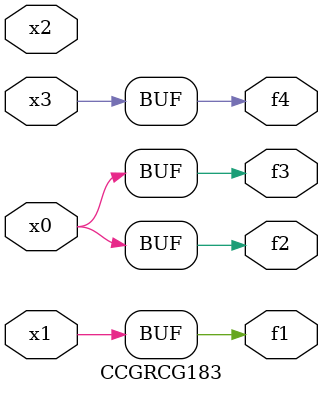
<source format=v>
module CCGRCG183(
	input x0, x1, x2, x3,
	output f1, f2, f3, f4
);
	assign f1 = x1;
	assign f2 = x0;
	assign f3 = x0;
	assign f4 = x3;
endmodule

</source>
